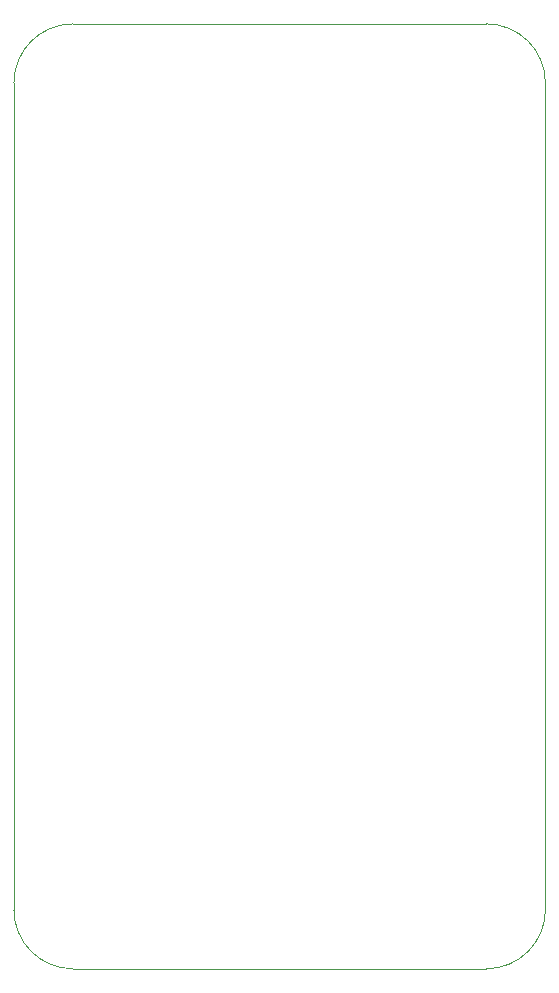
<source format=gbr>
%TF.GenerationSoftware,KiCad,Pcbnew,(6.0.9)*%
%TF.CreationDate,2022-12-01T17:51:06-05:00*%
%TF.ProjectId,cdh-devkit,6364682d-6465-4766-9b69-742e6b696361,rev?*%
%TF.SameCoordinates,Original*%
%TF.FileFunction,Profile,NP*%
%FSLAX46Y46*%
G04 Gerber Fmt 4.6, Leading zero omitted, Abs format (unit mm)*
G04 Created by KiCad (PCBNEW (6.0.9)) date 2022-12-01 17:51:06*
%MOMM*%
%LPD*%
G01*
G04 APERTURE LIST*
%TA.AperFunction,Profile*%
%ADD10C,0.100000*%
%TD*%
G04 APERTURE END LIST*
D10*
X15000000Y-90000000D02*
G75*
G03*
X20000000Y-95000000I5000000J0D01*
G01*
X60000000Y-20000000D02*
G75*
G03*
X55000000Y-15000000I-5000000J0D01*
G01*
X20000000Y-15000000D02*
G75*
G03*
X15000000Y-20000000I0J-5000000D01*
G01*
X20000000Y-95000000D02*
X55000000Y-95000000D01*
X60000000Y-20000000D02*
X60000000Y-90000000D01*
X55000000Y-15000000D02*
X20000000Y-15000000D01*
X55000000Y-95000000D02*
G75*
G03*
X60000000Y-90000000I0J5000000D01*
G01*
X15000000Y-20000000D02*
X15000000Y-90000000D01*
M02*

</source>
